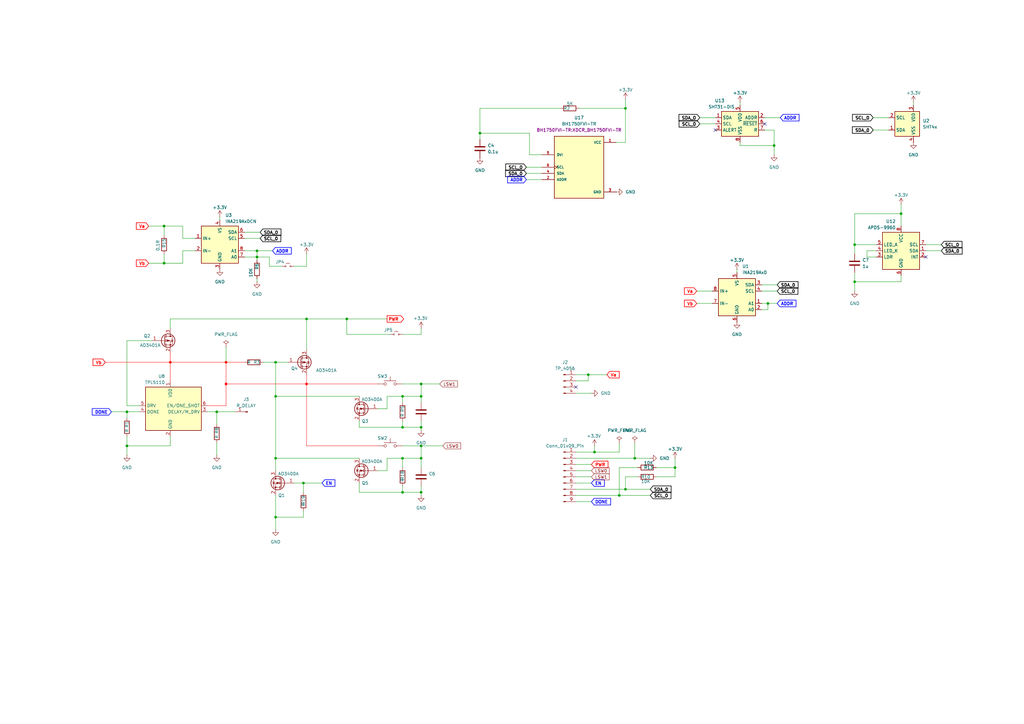
<source format=kicad_sch>
(kicad_sch (version 20250114) (generator "eeschema") (generator_version "9.0")
  (paper "A3")
  (lib_symbols
    (symbol "AO3400A_1" (pin_names (hide yes))
      (property "Reference" "Q" (at 5.08 1.905 0))
      (property "Value" "AO3400A" (at 5.08 0 0))
      (symbol "AO3400A_1_1_1"
        (pin input line (at -5.08 0 0) (length 2.54) (name "G") (number "1"))
        (pin passive line (at 2.54 5.08 270) (length 2.54) (name "D") (number "3"))
        (pin passive line (at 2.54 -5.08 90) (length 2.54) (name "S") (number "2"))
      )
    )
    (symbol "AO3400A_2" (pin_names (hide yes))
      (property "Reference" "Q" (at 5.08 1.905 0))
      (property "Value" "AO3400A" (at 5.08 0 0))
      (symbol "AO3400A_2_1_1"
        (pin input line (at -5.08 0 0) (length 2.54) (name "G") (number "1"))
        (pin passive line (at 2.54 5.08 270) (length 2.54) (name "D") (number "3"))
        (pin passive line (at 2.54 -5.08 90) (length 2.54) (name "S") (number "2"))
      )
    )
    (symbol "AO3401A_1" (pin_names (hide yes))
      (property "Reference" "Q" (at 5.08 1.905 0))
      (property "Value" "AO3401A" (at 5.08 0 0))
      (symbol "AO3401A_1_1_1"
        (pin input line (at -5.08 0 0) (length 2.54) (name "G") (number "1"))
        (pin passive line (at 2.54 5.08 270) (length 2.54) (name "D") (number "3"))
        (pin passive line (at 2.54 -5.08 90) (length 2.54) (name "S") (number "2"))
      )
    )
    (symbol "BH1750FVI-TR:BH1750FVI-TR" (pin_names (offset 1.016))
      (property "Reference" "U" (at -10.1737 13.462 0))
      (property "Value" "BH1750FVI-TR" (at -9.922 -15.24 0))
      (property "Footprint" "BH1750FVI-TR:XDCR_BH1750FVI-TR" (at 0 0 0))
      (symbol "BH1750FVI-TR_0_0"
        (pin input line (at -15.24 5.08 0) (length 5.08) (name "DVI") (number "5"))
        (pin input clock (at -15.24 0 0) (length 5.08) (name "SCL") (number "6"))
        (pin bidirectional line (at -15.24 -2.54 0) (length 5.08) (name "SDA") (number "4"))
        (pin input line (at -15.24 -5.08 0) (length 5.08) (name "ADDR") (number "2"))
        (pin power_in line (at 15.24 10.16 180) (length 5.08) (name "VCC") (number "1"))
        (pin power_in line (at 15.24 -10.16 180) (length 5.08) (name "GND") (number "3"))
      )
    )
    (symbol "Connector:Conn_01x01_Pin" (pin_names (offset 1.016) (hide yes))
      (property "Reference" "J" (at 0 2.54 0))
      (property "Value" "Conn_01x01_Pin" (at 0 -2.54 0))
      (symbol "Conn_01x01_Pin_1_1"
        (pin passive line (at 5.08 0 180) (length 3.81) (name "Pin_1") (number "1"))
      )
    )
    (symbol "Connector:Conn_01x04_Pin" (pin_names (offset 1.016) (hide yes))
      (property "Reference" "J" (at 0 5.08 0))
      (property "Value" "Conn_01x04_Pin" (at 0 -7.62 0))
      (symbol "Conn_01x04_Pin_1_1"
        (pin passive line (at 5.08 2.54 180) (length 3.81) (name "Pin_1") (number "1"))
        (pin passive line (at 5.08 0 180) (length 3.81) (name "Pin_2") (number "2"))
        (pin passive line (at 5.08 -2.54 180) (length 3.81) (name "Pin_3") (number "3"))
        (pin passive line (at 5.08 -5.08 180) (length 3.81) (name "Pin_4") (number "4"))
      )
    )
    (symbol "Connector:Conn_01x09_Pin" (pin_names (offset 1.016) (hide yes))
      (property "Reference" "J" (at 0 12.7 0))
      (property "Value" "Conn_01x09_Pin" (at 0 -12.7 0))
      (symbol "Conn_01x09_Pin_1_1"
        (pin passive line (at 5.08 10.16 180) (length 3.81) (name "Pin_1") (number "1"))
        (pin passive line (at 5.08 7.62 180) (length 3.81) (name "Pin_2") (number "2"))
        (pin passive line (at 5.08 5.08 180) (length 3.81) (name "Pin_3") (number "3"))
        (pin passive line (at 5.08 2.54 180) (length 3.81) (name "Pin_4") (number "4"))
        (pin passive line (at 5.08 0 180) (length 3.81) (name "Pin_5") (number "5"))
        (pin passive line (at 5.08 -2.54 180) (length 3.81) (name "Pin_6") (number "6"))
        (pin passive line (at 5.08 -5.08 180) (length 3.81) (name "Pin_7") (number "7"))
        (pin passive line (at 5.08 -7.62 180) (length 3.81) (name "Pin_8") (number "8"))
        (pin passive line (at 5.08 -10.16 180) (length 3.81) (name "Pin_9") (number "9"))
      )
    )
    (symbol "Device:C" (pin_numbers (hide yes)) (pin_names (offset 0.254))
      (property "Reference" "C" (at 0.635 2.54 0))
      (property "Value" "C" (at 0.635 -2.54 0))
      (symbol "C_1_1"
        (pin passive line (at 0 3.81 270) (length 2.794) (name "~") (number "1"))
        (pin passive line (at 0 -3.81 90) (length 2.794) (name "~") (number "2"))
      )
    )
    (symbol "Device:R" (pin_numbers (hide yes)) (pin_names (offset 0))
      (property "Reference" "R" (at 2.032 0 90))
      (property "Value" "R" (at 0 0 90))
      (symbol "R_1_1"
        (pin passive line (at 0 3.81 270) (length 1.27) (name "~") (number "1"))
        (pin passive line (at 0 -3.81 90) (length 1.27) (name "~") (number "2"))
      )
    )
    (symbol "GND_1" (power) (pin_numbers (hide yes)) (pin_names (offset 0) (hide yes))
      (property "Value" "GND" (at 0 -3.81 0))
      (symbol "GND_1_1_1"
        (pin power_in line (at 0 0 270) (length 0) (name "~") (number "1"))
      )
    )
    (symbol "Jumper:Jumper_2_Small_Open" (pin_numbers (hide yes)) (pin_names (offset 0) (hide yes))
      (property "Reference" "JP" (at 0 2.794 0))
      (property "Value" "Jumper_2_Small_Open" (at 0 -2.286 0))
      (symbol "Jumper_2_Small_Open_1_1"
        (pin passive line (at -2.54 0 0) (length 1.27) (name "A") (number "1"))
        (pin passive line (at 2.54 0 180) (length 1.27) (name "B") (number "2"))
      )
    )
    (symbol "Sensor:APDS-9960"
      (property "Reference" "U" (at -5.08 8.89 0))
      (property "Value" "APDS-9960" (at 6.35 8.89 0))
      (symbol "APDS-9960_1_1"
        (pin input line (at -10.16 2.54 0) (length 2.54) (name "SCL") (number "7"))
        (pin bidirectional line (at -10.16 0 0) (length 2.54) (name "SDA") (number "1"))
        (pin open_collector line (at -10.16 -2.54 0) (length 2.54) (name "INT") (number "2"))
        (pin power_in line (at 0 10.16 270) (length 2.54) (name "VCC") (number "8"))
        (pin power_in line (at 0 -10.16 90) (length 2.54) (name "GND") (number "6"))
        (pin passive line (at 10.16 2.54 180) (length 2.54) (name "LED_A") (number "5"))
        (pin passive line (at 10.16 0 180) (length 2.54) (name "LED_K") (number "4"))
        (pin passive line (at 10.16 -2.54 180) (length 2.54) (name "LDR") (number "3"))
      )
    )
    (symbol "Sensor_Energy:INA219AxD"
      (property "Reference" "U" (at -6.35 8.89 0))
      (property "Value" "INA219AxD" (at 5.08 8.89 0))
      (symbol "INA219AxD_1_1"
        (pin input line (at -10.16 2.54 0) (length 2.54) (name "IN+") (number "8"))
        (pin input line (at -10.16 -2.54 0) (length 2.54) (name "IN-") (number "7"))
        (pin power_in line (at 0 10.16 270) (length 2.54) (name "VS") (number "5"))
        (pin power_in line (at 0 -10.16 90) (length 2.54) (name "GND") (number "6"))
        (pin bidirectional line (at 10.16 5.08 180) (length 2.54) (name "SDA") (number "3"))
        (pin input line (at 10.16 2.54 180) (length 2.54) (name "SCL") (number "4"))
        (pin input line (at 10.16 -2.54 180) (length 2.54) (name "A1") (number "1"))
        (pin input line (at 10.16 -5.08 180) (length 2.54) (name "A0") (number "2"))
      )
    )
    (symbol "Sensor_Energy:INA219AxDCN"
      (property "Reference" "U" (at -6.35 8.89 0))
      (property "Value" "INA219AxDCN" (at 6.35 8.89 0))
      (symbol "INA219AxDCN_1_1"
        (pin input line (at -10.16 2.54 0) (length 2.54) (name "IN+") (number "1"))
        (pin input line (at -10.16 -2.54 0) (length 2.54) (name "IN-") (number "2"))
        (pin power_in line (at 0 10.16 270) (length 2.54) (name "VS") (number "4"))
        (pin power_in line (at 0 -10.16 90) (length 2.54) (name "GND") (number "3"))
        (pin bidirectional line (at 10.16 5.08 180) (length 2.54) (name "SDA") (number "6"))
        (pin input line (at 10.16 2.54 180) (length 2.54) (name "SCL") (number "5"))
        (pin input line (at 10.16 -2.54 180) (length 2.54) (name "A1") (number "8"))
        (pin input line (at 10.16 -5.08 180) (length 2.54) (name "A0") (number "7"))
      )
    )
    (symbol "Sensor_Humidity:SHT31-DIS"
      (property "Reference" "U" (at -6.35 6.35 0))
      (property "Value" "SHT31-DIS" (at 6.35 6.35 0))
      (symbol "SHT31-DIS_1_1"
        (pin input line (at -10.16 2.54 0) (length 2.54) (name "ADDR") (number "2"))
        (pin input line (at -10.16 0 0) (length 2.54) (name "~{RESET}") (number "6"))
        (pin passive line (at -10.16 -2.54 0) (length 2.54) (name "R") (number "7"))
        (pin power_in line (at 0 7.62 270) (length 2.54) (name "VDD") (number "5"))
        (pin power_in line (at 0 -7.62 90) (length 2.54) (name "VSS") (number "8"))
        (pin passive line (at 0 -7.62 90) (length 2.54) (hide yes) (name "VSS") (number "9"))
        (pin bidirectional line (at 10.16 2.54 180) (length 2.54) (name "SDA") (number "1"))
        (pin input line (at 10.16 0 180) (length 2.54) (name "SCL") (number "4"))
        (pin output line (at 10.16 -2.54 180) (length 2.54) (name "ALERT") (number "3"))
      )
    )
    (symbol "Sensor_Humidity:SHT4x"
      (property "Reference" "U" (at 0 8.89 0))
      (property "Value" "SHT4x" (at 0 6.35 0))
      (symbol "SHT4x_1_1"
        (pin input line (at -7.62 2.54 0) (length 2.54) (name "SCL") (number "2"))
        (pin bidirectional line (at -7.62 -2.54 0) (length 2.54) (name "SDA") (number "1"))
        (pin power_in line (at 2.54 7.62 270) (length 2.54) (name "VDD") (number "3"))
        (pin power_in line (at 2.54 -7.62 90) (length 2.54) (name "VSS") (number "4"))
      )
    )
    (symbol "Switch:SW_Push" (pin_numbers (hide yes)) (pin_names (offset 1.016) (hide yes))
      (property "Reference" "SW" (at 1.27 2.54 0))
      (property "Value" "SW_Push" (at 0 -1.524 0))
      (symbol "SW_Push_0_1"
        (pin passive line (at -5.08 0 0) (length 2.54) (name "1") (number "1"))
        (pin passive line (at 5.08 0 180) (length 2.54) (name "2") (number "2"))
      )
    )
    (symbol "Timer:TPL5110"
      (property "Reference" "U" (at -10.16 8.89 0))
      (property "Value" "TPL5110" (at 6.35 8.89 0))
      (symbol "TPL5110_1_1"
        (pin input line (at -15.24 0 0) (length 2.54) (name "EN/ONE_SHOT") (number "6"))
        (pin input line (at -15.24 -2.54 0) (length 2.54) (name "DELAY/M_DRV") (number "3"))
        (pin power_in line (at 0 10.16 270) (length 2.54) (name "VDD") (number "1"))
        (pin power_in line (at 0 -12.7 90) (length 2.54) (name "GND") (number "2"))
        (pin output line (at 12.7 0 180) (length 2.54) (name "DRV") (number "5"))
        (pin input line (at 12.7 -2.54 180) (length 2.54) (name "DONE") (number "4"))
      )
    )
    (symbol "Transistor_FET:AO3400A" (pin_names (hide yes))
      (property "Reference" "Q" (at 5.08 1.905 0))
      (property "Value" "AO3400A" (at 5.08 0 0))
      (symbol "AO3400A_1_1"
        (pin input line (at -5.08 0 0) (length 2.54) (name "G") (number "1"))
        (pin passive line (at 2.54 5.08 270) (length 2.54) (name "D") (number "3"))
        (pin passive line (at 2.54 -5.08 90) (length 2.54) (name "S") (number "2"))
      )
    )
    (symbol "Transistor_FET:AO3401A" (pin_names (hide yes))
      (property "Reference" "Q" (at 5.08 1.905 0))
      (property "Value" "AO3401A" (at 5.08 0 0))
      (symbol "AO3401A_1_1"
        (pin input line (at -5.08 0 0) (length 2.54) (name "G") (number "1"))
        (pin passive line (at 2.54 5.08 270) (length 2.54) (name "D") (number "3"))
        (pin passive line (at 2.54 -5.08 90) (length 2.54) (name "S") (number "2"))
      )
    )
    (symbol "power:+3.3V" (power) (pin_numbers (hide yes)) (pin_names (offset 0) (hide yes))
      (property "Value" "+3.3V" (at 0 3.556 0))
      (symbol "+3.3V_1_1"
        (pin power_in line (at 0 0 90) (length 0) (name "~") (number "1"))
      )
    )
    (symbol "power:PWR_FLAG" (power) (pin_numbers (hide yes)) (pin_names (offset 0) (hide yes))
      (property "Value" "PWR_FLAG" (at 0 3.81 0))
      (symbol "PWR_FLAG_0_0"
        (pin power_out line (at 0 0 90) (length 0) (name "~") (number "1"))
      )
    )
  )
  (junction (at 124.46 198.12))
  (junction (at 254 203.2))
  (junction (at 105.41 102.87))
  (junction (at 172.72 175.26))
  (junction (at 142.24 130.81))
  (junction (at 314.96 124.46))
  (junction (at 105.41 105.41))
  (junction (at 52.07 182.88))
  (junction (at 165.1 187.96))
  (junction (at 196.85 54.61))
  (junction (at 165.1 175.26))
  (junction (at 113.03 162.56))
  (junction (at 350.52 100.33))
  (junction (at 67.31 92.71))
  (junction (at 260.35 187.96))
  (junction (at 243.84 185.42))
  (junction (at 113.03 148.59))
  (junction (at 172.72 187.96))
  (junction (at 165.1 201.93))
  (junction (at 317.5 59.69))
  (junction (at 125.73 157.48) (color 255 0 0 1))
  (junction (at 276.86 191.77))
  (junction (at 256.54 44.45))
  (junction (at 52.07 168.91))
  (junction (at 92.71 157.48) (color 255 0 0 1))
  (junction (at 369.57 87.63))
  (junction (at 172.72 201.93))
  (junction (at 92.71 148.59) (color 255 0 0 1))
  (junction (at 241.3 153.67))
  (junction (at 172.72 182.88))
  (junction (at 172.72 157.48))
  (junction (at 165.1 162.56))
  (junction (at 350.52 115.57))
  (junction (at 67.31 107.95))
  (junction (at 69.85 148.59) (color 255 0 0 1))
  (junction (at 113.03 212.09))
  (junction (at 256.54 200.66))
  (junction (at 113.03 187.96))
  (junction (at 88.9 168.91))
  (junction (at 125.73 130.81))
  (junction (at 172.72 162.56))
  (no_connect (at 313.69 50.8))
  (no_connect (at 236.22 158.75))
  (no_connect (at 293.37 53.34))
  (no_connect (at 379.73 105.41))
  (wire (pts (xy 317.5 59.69) (xy 317.5 53.34)))
  (wire (pts (xy 254 181.61) (xy 254 185.42)))
  (wire (pts (xy 165.1 187.96) (xy 172.72 187.96)))
  (wire (pts (xy 142.24 137.16) (xy 142.24 130.81)))
  (wire (pts (xy 374.65 41.91) (xy 374.65 43.18)))
  (wire (pts (xy 67.31 107.95) (xy 74.93 107.95)))
  (wire (pts (xy 92.71 157.48) (xy 125.73 157.48)) (stroke (width 0) (color 255 0 0 1)))
  (wire (pts (xy 105.41 105.41) (xy 110.49 105.41)))
  (wire (pts (xy 236.22 205.74) (xy 242.57 205.74)))
  (wire (pts (xy 125.73 157.48) (xy 154.94 157.48)) (stroke (width 0) (color 255 0 0 1)))
  (wire (pts (xy 125.73 182.88) (xy 125.73 157.48)) (stroke (width 0) (color 255 0 0 1)))
  (wire (pts (xy 355.6 105.41) (xy 359.41 105.41)))
  (wire (pts (xy 350.52 111.76) (xy 350.52 115.57)))
  (wire (pts (xy 80.01 102.87) (xy 74.93 102.87)))
  (wire (pts (xy 69.85 130.81) (xy 125.73 130.81)))
  (wire (pts (xy 369.57 113.03) (xy 369.57 115.57)))
  (wire (pts (xy 260.35 181.61) (xy 260.35 187.96)))
  (wire (pts (xy 165.1 187.96) (xy 165.1 191.77)))
  (wire (pts (xy 196.85 54.61) (xy 217.17 54.61)))
  (wire (pts (xy 113.03 162.56) (xy 113.03 148.59)))
  (wire (pts (xy 105.41 102.87) (xy 105.41 105.41)))
  (wire (pts (xy 88.9 181.61) (xy 88.9 186.69)))
  (wire (pts (xy 100.33 105.41) (xy 105.41 105.41)))
  (wire (pts (xy 172.72 182.88) (xy 172.72 187.96)))
  (wire (pts (xy 303.53 41.91) (xy 303.53 43.18)))
  (wire (pts (xy 158.75 193.04) (xy 154.94 193.04)))
  (wire (pts (xy 105.41 105.41) (xy 105.41 106.68)))
  (wire (pts (xy 364.49 48.26) (xy 358.14 48.26)))
  (wire (pts (xy 100.33 148.59) (xy 92.71 148.59)) (stroke (width 0) (color 255 0 0 1)))
  (wire (pts (xy 57.15 166.37) (xy 52.07 166.37)))
  (wire (pts (xy 355.6 105.41) (xy 355.6 102.87)))
  (wire (pts (xy 236.22 190.5) (xy 242.57 190.5)))
  (wire (pts (xy 52.07 179.07) (xy 52.07 182.88)))
  (wire (pts (xy 92.71 148.59) (xy 92.71 157.48)) (stroke (width 0) (color 255 0 0 1)))
  (wire (pts (xy 217.17 63.5) (xy 222.25 63.5)))
  (wire (pts (xy 379.73 102.87) (xy 386.08 102.87)))
  (wire (pts (xy 236.22 195.58) (xy 242.57 195.58)))
  (wire (pts (xy 92.71 148.59) (xy 69.85 148.59)) (stroke (width 0) (color 255 0 0 1)))
  (wire (pts (xy 350.52 100.33) (xy 350.52 104.14)))
  (wire (pts (xy 142.24 130.81) (xy 158.75 130.81)))
  (wire (pts (xy 165.1 162.56) (xy 172.72 162.56)))
  (wire (pts (xy 165.1 137.16) (xy 172.72 137.16)))
  (wire (pts (xy 313.69 48.26) (xy 320.04 48.26)))
  (wire (pts (xy 172.72 157.48) (xy 172.72 162.56)))
  (wire (pts (xy 285.75 119.38) (xy 292.1 119.38)))
  (wire (pts (xy 67.31 96.52) (xy 67.31 92.71)))
  (wire (pts (xy 172.72 201.93) (xy 172.72 203.2)))
  (wire (pts (xy 67.31 107.95) (xy 67.31 104.14)))
  (wire (pts (xy 110.49 105.41) (xy 110.49 109.22)))
  (wire (pts (xy 312.42 116.84) (xy 318.77 116.84)))
  (wire (pts (xy 124.46 198.12) (xy 124.46 201.93)))
  (wire (pts (xy 105.41 114.3) (xy 105.41 115.57)))
  (wire (pts (xy 88.9 168.91) (xy 85.09 168.91)))
  (wire (pts (xy 69.85 130.81) (xy 69.85 134.62)))
  (wire (pts (xy 120.65 198.12) (xy 124.46 198.12)))
  (wire (pts (xy 241.3 153.67) (xy 248.92 153.67)))
  (wire (pts (xy 276.86 191.77) (xy 276.86 195.58)))
  (wire (pts (xy 236.22 198.12) (xy 242.57 198.12)))
  (wire (pts (xy 236.22 203.2) (xy 254 203.2)))
  (wire (pts (xy 107.95 148.59) (xy 113.03 148.59)))
  (wire (pts (xy 69.85 182.88) (xy 52.07 182.88)))
  (wire (pts (xy 52.07 139.7) (xy 52.07 166.37)))
  (wire (pts (xy 60.96 92.71) (xy 67.31 92.71)))
  (wire (pts (xy 379.73 100.33) (xy 386.08 100.33)))
  (wire (pts (xy 303.53 59.69) (xy 317.5 59.69)))
  (wire (pts (xy 172.72 187.96) (xy 172.72 191.77)))
  (wire (pts (xy 355.6 102.87) (xy 359.41 102.87)))
  (wire (pts (xy 74.93 97.79) (xy 80.01 97.79)))
  (wire (pts (xy 100.33 95.25) (xy 106.68 95.25)))
  (wire (pts (xy 158.75 187.96) (xy 158.75 193.04)))
  (wire (pts (xy 147.32 175.26) (xy 147.32 172.72)))
  (wire (pts (xy 172.72 157.48) (xy 180.34 157.48)))
  (wire (pts (xy 165.1 199.39) (xy 165.1 201.93)))
  (wire (pts (xy 222.25 68.58) (xy 215.9 68.58)))
  (wire (pts (xy 113.03 212.09) (xy 124.46 212.09)))
  (wire (pts (xy 92.71 142.24) (xy 92.71 148.59)))
  (wire (pts (xy 196.85 54.61) (xy 196.85 57.15)))
  (wire (pts (xy 256.54 195.58) (xy 256.54 200.66)))
  (wire (pts (xy 172.72 182.88) (xy 181.61 182.88)))
  (wire (pts (xy 88.9 168.91) (xy 88.9 173.99)))
  (wire (pts (xy 85.09 166.37) (xy 92.71 166.37)) (stroke (width 0) (color 255 0 0 1)))
  (wire (pts (xy 236.22 156.21) (xy 241.3 156.21)))
  (wire (pts (xy 52.07 182.88) (xy 52.07 186.69)))
  (wire (pts (xy 172.72 134.62) (xy 172.72 137.16)))
  (wire (pts (xy 57.15 168.91) (xy 52.07 168.91)))
  (wire (pts (xy 160.02 137.16) (xy 142.24 137.16)))
  (wire (pts (xy 125.73 104.14) (xy 125.73 109.22)))
  (wire (pts (xy 147.32 201.93) (xy 165.1 201.93)))
  (wire (pts (xy 302.26 110.49) (xy 302.26 111.76)))
  (wire (pts (xy 317.5 59.69) (xy 317.5 63.5)))
  (wire (pts (xy 293.37 50.8) (xy 287.02 50.8)))
  (wire (pts (xy 243.84 185.42) (xy 254 185.42)))
  (wire (pts (xy 69.85 179.07) (xy 69.85 182.88)))
  (wire (pts (xy 350.52 100.33) (xy 359.41 100.33)))
  (wire (pts (xy 69.85 148.59) (xy 69.85 156.21)) (stroke (width 0) (color 255 0 0 1)))
  (wire (pts (xy 172.72 199.39) (xy 172.72 201.93)))
  (wire (pts (xy 88.9 168.91) (xy 96.52 168.91)))
  (wire (pts (xy 236.22 187.96) (xy 260.35 187.96)))
  (wire (pts (xy 92.71 157.48) (xy 92.71 166.37)) (stroke (width 0) (color 255 0 0 1)))
  (wire (pts (xy 52.07 168.91) (xy 52.07 171.45)))
  (wire (pts (xy 303.53 58.42) (xy 303.53 59.69)))
  (wire (pts (xy 113.03 187.96) (xy 147.32 187.96)))
  (wire (pts (xy 69.85 144.78) (xy 69.85 148.59)) (stroke (width 0) (color 255 0 0 1)))
  (wire (pts (xy 312.42 119.38) (xy 318.77 119.38)))
  (wire (pts (xy 172.72 176.53) (xy 172.72 175.26)))
  (wire (pts (xy 90.17 88.9) (xy 90.17 90.17)))
  (wire (pts (xy 364.49 53.34) (xy 358.14 53.34)))
  (wire (pts (xy 125.73 130.81) (xy 125.73 143.51)))
  (wire (pts (xy 236.22 200.66) (xy 256.54 200.66)))
  (wire (pts (xy 196.85 44.45) (xy 196.85 54.61)))
  (wire (pts (xy 158.75 187.96) (xy 165.1 187.96)))
  (wire (pts (xy 105.41 102.87) (xy 111.76 102.87)))
  (wire (pts (xy 237.49 44.45) (xy 256.54 44.45)))
  (wire (pts (xy 125.73 109.22) (xy 120.65 109.22)))
  (wire (pts (xy 256.54 200.66) (xy 266.7 200.66)))
  (wire (pts (xy 100.33 97.79) (xy 106.68 97.79)))
  (wire (pts (xy 67.31 92.71) (xy 74.93 92.71)))
  (wire (pts (xy 147.32 175.26) (xy 165.1 175.26)))
  (wire (pts (xy 312.42 124.46) (xy 314.96 124.46)))
  (wire (pts (xy 43.18 148.59) (xy 69.85 148.59)) (stroke (width 0) (color 255 0 0 1)))
  (wire (pts (xy 172.72 175.26) (xy 172.72 172.72)))
  (wire (pts (xy 100.33 102.87) (xy 105.41 102.87)))
  (wire (pts (xy 256.54 58.42) (xy 252.73 58.42)))
  (wire (pts (xy 276.86 195.58) (xy 269.24 195.58)))
  (wire (pts (xy 350.52 87.63) (xy 350.52 100.33)))
  (wire (pts (xy 158.75 167.64) (xy 158.75 162.56)))
  (wire (pts (xy 165.1 157.48) (xy 172.72 157.48)))
  (wire (pts (xy 125.73 130.81) (xy 142.24 130.81)))
  (wire (pts (xy 165.1 162.56) (xy 165.1 165.1)))
  (wire (pts (xy 172.72 201.93) (xy 165.1 201.93)))
  (wire (pts (xy 236.22 153.67) (xy 241.3 153.67)))
  (wire (pts (xy 113.03 162.56) (xy 113.03 187.96)))
  (wire (pts (xy 243.84 182.88) (xy 243.84 185.42)))
  (wire (pts (xy 276.86 187.96) (xy 276.86 191.77)))
  (wire (pts (xy 313.69 53.34) (xy 317.5 53.34)))
  (wire (pts (xy 113.03 148.59) (xy 118.11 148.59)))
  (wire (pts (xy 67.31 107.95) (xy 60.96 107.95)))
  (wire (pts (xy 261.62 195.58) (xy 256.54 195.58)))
  (wire (pts (xy 125.73 182.88) (xy 154.94 182.88)) (stroke (width 0) (color 255 0 0 1)))
  (wire (pts (xy 236.22 193.04) (xy 242.57 193.04)))
  (wire (pts (xy 222.25 71.12) (xy 215.9 71.12)))
  (wire (pts (xy 293.37 48.26) (xy 287.02 48.26)))
  (wire (pts (xy 172.72 162.56) (xy 172.72 165.1)))
  (wire (pts (xy 241.3 156.21) (xy 241.3 153.67)))
  (wire (pts (xy 113.03 212.09) (xy 113.03 217.17)))
  (wire (pts (xy 217.17 54.61) (xy 217.17 63.5)))
  (wire (pts (xy 124.46 198.12) (xy 132.08 198.12)))
  (wire (pts (xy 165.1 182.88) (xy 172.72 182.88)))
  (wire (pts (xy 165.1 175.26) (xy 172.72 175.26)))
  (wire (pts (xy 260.35 187.96) (xy 266.7 187.96)))
  (wire (pts (xy 124.46 209.55) (xy 124.46 212.09)))
  (wire (pts (xy 125.73 153.67) (xy 125.73 157.48)) (stroke (width 0) (color 255 0 0 1)))
  (wire (pts (xy 52.07 139.7) (xy 62.23 139.7)))
  (wire (pts (xy 254 191.77) (xy 254 203.2)))
  (wire (pts (xy 276.86 191.77) (xy 269.24 191.77)))
  (wire (pts (xy 158.75 162.56) (xy 165.1 162.56)))
  (wire (pts (xy 74.93 102.87) (xy 74.93 107.95)))
  (wire (pts (xy 236.22 161.29) (xy 242.57 161.29)))
  (wire (pts (xy 254 203.2) (xy 266.7 203.2)))
  (wire (pts (xy 52.07 168.91) (xy 45.72 168.91)))
  (wire (pts (xy 369.57 83.82) (xy 369.57 87.63)))
  (wire (pts (xy 350.52 115.57) (xy 369.57 115.57)))
  (wire (pts (xy 154.94 167.64) (xy 158.75 167.64)))
  (wire (pts (xy 147.32 201.93) (xy 147.32 198.12)))
  (wire (pts (xy 110.49 109.22) (xy 115.57 109.22)))
  (wire (pts (xy 314.96 124.46) (xy 318.77 124.46)))
  (wire (pts (xy 222.25 73.66) (xy 215.9 73.66)))
  (wire (pts (xy 113.03 203.2) (xy 113.03 212.09)))
  (wire (pts (xy 292.1 124.46) (xy 285.75 124.46)))
  (wire (pts (xy 236.22 185.42) (xy 243.84 185.42)))
  (wire (pts (xy 113.03 187.96) (xy 113.03 193.04)))
  (wire (pts (xy 312.42 127) (xy 314.96 127)))
  (wire (pts (xy 229.87 44.45) (xy 196.85 44.45)))
  (wire (pts (xy 261.62 191.77) (xy 254 191.77)))
  (wire (pts (xy 369.57 92.71) (xy 369.57 87.63)))
  (wire (pts (xy 256.54 44.45) (xy 256.54 58.42)))
  (wire (pts (xy 113.03 162.56) (xy 147.32 162.56)))
  (wire (pts (xy 165.1 172.72) (xy 165.1 175.26)))
  (wire (pts (xy 350.52 119.38) (xy 350.52 115.57)))
  (wire (pts (xy 369.57 87.63) (xy 350.52 87.63)))
  (wire (pts (xy 256.54 40.64) (xy 256.54 44.45)))
  (wire (pts (xy 314.96 127) (xy 314.96 124.46)))
  (wire (pts (xy 74.93 92.71) (xy 74.93 97.79)))
  (global_label "SCL_0" (shape input) (at 386.08 100.33 0) (effects (font (thickness 0.254) (bold yes))) (property "Intersheetrefs" "${INTERSHEET_REFS}" (effects (hide yes))))
  (global_label "SDA_0" (shape input) (at 287.02 48.26 180) (effects (font (thickness 0.254) (bold yes))) (property "Intersheetrefs" "${INTERSHEET_REFS}" (effects (hide yes))))
  (global_label "Va" (shape input) (at 285.75 119.38 180) (effects (font (thickness 0.254) (bold yes))) (property "Intersheetrefs" "${INTERSHEET_REFS}" (effects (hide yes))))
  (global_label "PWR" (shape output) (at 158.75 130.81 0) (effects (font (thickness 0.254) (bold yes))) (property "Intersheetrefs" "${INTERSHEET_REFS}" (effects (hide yes))))
  (global_label "DONE" (shape input) (at 45.72 168.91 180) (effects (font (thickness 0.254) (bold yes))) (property "Intersheetrefs" "${INTERSHEET_REFS}" (effects (hide yes))))
  (global_label "LSW1" (shape input) (at 242.57 195.58 0) (property "Intersheetrefs" "${INTERSHEET_REFS}" (effects (hide yes))))
  (global_label "SCL_0" (shape input) (at 266.7 203.2 0) (effects (font (thickness 0.254) (bold yes))) (property "Intersheetrefs" "${INTERSHEET_REFS}" (effects (hide yes))))
  (global_label "Va" (shape input) (at 60.96 92.71 180) (effects (font (thickness 0.254) (bold yes))) (property "Intersheetrefs" "${INTERSHEET_REFS}" (effects (hide yes))))
  (global_label "PWR" (shape input) (at 242.57 190.5 0) (effects (font (thickness 0.254) (bold yes))) (property "Intersheetrefs" "${INTERSHEET_REFS}" (effects (hide yes))))
  (global_label "SDA_0" (shape input) (at 386.08 102.87 0) (effects (font (thickness 0.254) (bold yes))) (property "Intersheetrefs" "${INTERSHEET_REFS}" (effects (hide yes))))
  (global_label "SCL_0" (shape input) (at 358.14 48.26 180) (effects (font (thickness 0.254) (bold yes))) (property "Intersheetrefs" "${INTERSHEET_REFS}" (effects (hide yes))))
  (global_label "Vb" (shape input) (at 60.96 107.95 180) (effects (font (thickness 0.254) (bold yes))) (property "Intersheetrefs" "${INTERSHEET_REFS}" (effects (hide yes))))
  (global_label "Vb" (shape input) (at 285.75 124.46 180) (effects (font (thickness 0.254) (bold yes))) (property "Intersheetrefs" "${INTERSHEET_REFS}" (effects (hide yes))))
  (global_label "Va" (shape input) (at 248.92 153.67 0) (effects (font (thickness 0.254) (bold yes))) (property "Intersheetrefs" "${INTERSHEET_REFS}" (effects (hide yes))))
  (global_label "ADDR" (shape input) (at 215.9 73.66 180) (effects (font (thickness 0.254) (bold yes))) (property "Intersheetrefs" "${INTERSHEET_REFS}" (effects (hide yes))))
  (global_label "LSW0" (shape input) (at 181.61 182.88 0) (property "Intersheetrefs" "${INTERSHEET_REFS}" (effects (hide yes))))
  (global_label "SCL_0" (shape input) (at 106.68 97.79 0) (effects (font (thickness 0.254) (bold yes))) (property "Intersheetrefs" "${INTERSHEET_REFS}" (effects (hide yes))))
  (global_label "ADDR" (shape input) (at 111.76 102.87 0) (effects (font (thickness 0.254) (bold yes))) (property "Intersheetrefs" "${INTERSHEET_REFS}" (effects (hide yes))))
  (global_label "SDA_0" (shape input) (at 318.77 116.84 0) (effects (font (thickness 0.254) (bold yes))) (property "Intersheetrefs" "${INTERSHEET_REFS}" (effects (hide yes))))
  (global_label "SDA_0" (shape input) (at 106.68 95.25 0) (effects (font (thickness 0.254) (bold yes))) (property "Intersheetrefs" "${INTERSHEET_REFS}" (effects (hide yes))))
  (global_label "ADDR" (shape input) (at 320.04 48.26 0) (effects (font (thickness 0.254) (bold yes))) (property "Intersheetrefs" "${INTERSHEET_REFS}" (effects (hide yes))))
  (global_label "SDA_0" (shape input) (at 215.9 71.12 180) (effects (font (thickness 0.254) (bold yes))) (property "Intersheetrefs" "${INTERSHEET_REFS}" (effects (hide yes))))
  (global_label "EN" (shape input) (at 132.08 198.12 0) (effects (font (thickness 0.254) (bold yes))) (property "Intersheetrefs" "${INTERSHEET_REFS}" (effects (hide yes))))
  (global_label "ADDR" (shape input) (at 318.77 124.46 0) (effects (font (thickness 0.254) (bold yes))) (property "Intersheetrefs" "${INTERSHEET_REFS}" (effects (hide yes))))
  (global_label "LSW1" (shape input) (at 180.34 157.48 0) (property "Intersheetrefs" "${INTERSHEET_REFS}" (effects (hide yes))))
  (global_label "SCL_0" (shape input) (at 287.02 50.8 180) (effects (font (thickness 0.254) (bold yes))) (property "Intersheetrefs" "${INTERSHEET_REFS}" (effects (hide yes))))
  (global_label "SCL_0" (shape input) (at 318.77 119.38 0) (effects (font (thickness 0.254) (bold yes))) (property "Intersheetrefs" "${INTERSHEET_REFS}" (effects (hide yes))))
  (global_label "LSW0" (shape input) (at 242.57 193.04 0) (property "Intersheetrefs" "${INTERSHEET_REFS}" (effects (hide yes))))
  (global_label "SDA_0" (shape input) (at 266.7 200.66 0) (effects (font (thickness 0.254) (bold yes))) (property "Intersheetrefs" "${INTERSHEET_REFS}" (effects (hide yes))))
  (global_label "DONE" (shape input) (at 242.57 205.74 0) (effects (font (thickness 0.254) (bold yes))) (property "Intersheetrefs" "${INTERSHEET_REFS}" (effects (hide yes))))
  (global_label "SCL_0" (shape input) (at 215.9 68.58 180) (effects (font (thickness 0.254) (bold yes))) (property "Intersheetrefs" "${INTERSHEET_REFS}" (effects (hide yes))))
  (global_label "SDA_0" (shape input) (at 358.14 53.34 180) (effects (font (thickness 0.254) (bold yes))) (property "Intersheetrefs" "${INTERSHEET_REFS}" (effects (hide yes))))
  (global_label "EN" (shape input) (at 242.57 198.12 0) (effects (font (thickness 0.254) (bold yes))) (property "Intersheetrefs" "${INTERSHEET_REFS}" (effects (hide yes))))
  (global_label "Vb" (shape input) (at 43.18 148.59 180) (effects (font (thickness 0.254) (bold yes))) (property "Intersheetrefs" "${INTERSHEET_REFS}" (effects (hide yes))))
  (symbol (lib_id "Device:R") (at 52.07 175.26 180) (unit 1)
    (property "Reference" "R1" (at 52.07 172.72 90) (effects (justify left)))
    (property "Value" "R" (at 52.07 175.895 90) (effects (justify left)))
    (property "Footprint" "Resistor_SMD:R_0603_1608Metric" (effects (hide yes)))
  )
  (symbol (lib_id "power:+3.3V") (at 256.54 40.64 0) (unit 1)
    (property "Reference" "#PWR013" (effects (hide yes)))
    (property "Value" "+3.3V" (at 256.54 36.83 0))
  )
  (symbol (lib_id "power:+3.3V") (at 125.73 104.14 0) (unit 1)
    (property "Reference" "#PWR024" (effects (hide yes)))
    (property "Value" "+3.3V" (at 125.73 100.33 0))
  )
  (symbol (lib_id "Transistor_FET:AO3400A") (at 149.86 193.04 0) (mirror y) (unit 1)
    (property "Reference" "Q5" (at 151.13 198.12 0) (effects (justify left)))
    (property "Value" "AO3400A" (at 156.845 189.23 0) (effects (justify left)))
    (property "Footprint" "Package_TO_SOT_SMD:SOT-23" (effects (hide yes)))
    (property "Datasheet" "http://www.aosmd.com/pdfs/datasheet/AO3400A.pdf" (effects (hide yes)))
    (property "Description" "30V Vds, 5.7A Id, N-Channel MOSFET, SOT-23" (effects (hide yes)))
  )
  (symbol (lib_name "GND_1") (lib_id "power:GND") (at 252.73 78.74 90) (unit 1)
    (property "Reference" "#PWR07" (effects (hide yes)))
    (property "Value" "GND" (at 256.54 78.7399 90) (effects (justify right)))
    (property "Description" "Power symbol creates a global label with name \"GND\" , ground" (effects (hide yes)))
  )
  (symbol (lib_name "AO3400A_2") (lib_id "Transistor_FET:AO3400A") (at 149.86 167.64 0) (mirror y) (unit 1)
    (property "Reference" "Q3" (at 151.13 172.72 0) (effects (justify left)))
    (property "Value" "AO3400A" (at 156.845 163.83 0) (effects (justify left)))
    (property "Footprint" "Package_TO_SOT_SMD:SOT-23" (effects (hide yes)))
    (property "Datasheet" "http://www.aosmd.com/pdfs/datasheet/AO3400A.pdf" (effects (hide yes)))
    (property "Description" "30V Vds, 5.7A Id, N-Channel MOSFET, SOT-23" (effects (hide yes)))
  )
  (symbol (lib_id "power:+3.3V") (at 369.57 83.82 0) (unit 1)
    (property "Reference" "#PWR017" (effects (hide yes)))
    (property "Value" "+3.3V" (at 369.57 80.01 0))
  )
  (symbol (lib_id "Timer:TPL5110") (at 69.85 166.37 0) (mirror y) (unit 1)
    (property "Reference" "U8" (at 67.6559 154.305 0) (effects (justify left)))
    (property "Value" "TPL5110" (at 67.6559 156.845 0) (effects (justify left)))
    (property "Footprint" "Package_TO_SOT_SMD:SOT-23-6" (effects (hide yes)))
    (property "Datasheet" "http://www.ti.com/lit/ds/symlink/tpl5110.pdf" (effects (hide yes)))
    (property "Description" "Timer, Nano Power, Active-Low, 35 nA, 100 ms to 7200 s, VDD 1.8V to 5.5V, Iout max 1mA, SOT-23-6" (effects (hide yes)))
  )
  (symbol (lib_id "Jumper:Jumper_2_Small_Open") (at 118.11 109.22 0) (unit 1)
    (property "Reference" "JP4" (at 114.808 107.442 0))
    (property "Value" "Jp_2" (effects (hide yes)))
    (property "Footprint" "Jumper:SolderJumper-2_P1.3mm_Open_Pad1.0x1.5mm" (effects (hide yes)))
    (property "Description" "Jumper, 2-pole, small symbol, open" (effects (hide yes)))
  )
  (symbol (lib_id "Connector:Conn_01x01_Pin") (at 101.6 168.91 0) (mirror y) (unit 1)
    (property "Reference" "J3" (at 100.965 163.83 0))
    (property "Value" "R_DELAY" (at 100.965 166.37 0))
    (property "Footprint" "Connector_PinHeader_1.00mm:PinHeader_1x01_P1.00mm_Vertical" (effects (hide yes)))
    (property "Description" "Generic connector, single row, 01x01, script generated" (effects (hide yes)))
  )
  (symbol (lib_id "Sensor_Energy:INA219AxDCN") (at 90.17 100.33 0) (unit 1)
    (property "Reference" "U3" (at 92.3641 88.265 0) (effects (justify left)))
    (property "Value" "INA219AxDCN" (at 92.3641 90.805 0) (effects (justify left)))
    (property "Footprint" "Package_TO_SOT_SMD:SOT-23-8" (effects (hide yes)))
    (property "Datasheet" "http://www.ti.com/lit/ds/symlink/ina219.pdf" (effects (hide yes)))
  )
  (symbol (lib_id "power:+3.3V") (at 302.26 110.49 0) (unit 1)
    (property "Reference" "#PWR021" (effects (hide yes)))
    (property "Value" "+3.3V" (at 302.26 106.68 0))
  )
  (symbol (lib_id "Sensor:APDS-9960") (at 369.57 102.87 0) (mirror y) (unit 1)
    (property "Reference" "U12" (at 367.3759 90.805 0) (effects (justify left)))
    (property "Value" "APDS-9960" (at 367.3759 93.345 0) (effects (justify left)))
    (property "Footprint" "Sensor:Avago_APDS-9960" (effects (hide yes)))
    (property "Datasheet" "https://docs.broadcom.com/doc/AV02-4191EN" (effects (hide yes)))
  )
  (symbol (lib_id "Device:R") (at 165.1 195.58 180) (unit 1)
    (property "Reference" "R18" (at 165.1 193.04 90) (effects (justify left)))
    (property "Value" "R" (at 165.1 196.215 90) (effects (justify left)))
    (property "Footprint" "Resistor_SMD:R_0603_1608Metric" (effects (hide yes)))
  )
  (symbol (lib_id "Device:C") (at 350.52 107.95 0) (mirror y) (unit 1)
    (property "Reference" "C7" (at 353.695 106.68 0) (effects (justify right)))
    (property "Value" "1u" (at 353.695 109.22 0) (effects (justify right)))
    (property "Footprint" "Capacitor_SMD:C_0603_1608Metric" (effects (hide yes)))
  )
  (symbol (lib_id "power:+3.3V") (at 243.84 182.88 0) (unit 1)
    (property "Reference" "#PWR022" (effects (hide yes)))
    (property "Value" "+3.3V" (at 243.586 178.816 0))
  )
  (symbol (lib_id "power:+3.3V") (at 172.72 134.62 0) (unit 1)
    (property "Reference" "#PWR026" (effects (hide yes)))
    (property "Value" "+3.3V" (at 172.466 130.556 0))
  )
  (symbol (lib_id "power:PWR_FLAG") (at 260.35 181.61 0) (unit 1)
    (property "Reference" "#FLG06" (effects (hide yes)))
    (property "Value" "PWR_FLAG" (at 260.35 176.53 0))
    (property "Description" "Special symbol for telling ERC where power comes from" (effects (hide yes)))
  )
  (symbol (lib_id "Device:C") (at 196.85 60.96 0) (unit 1)
    (property "Reference" "C4" (at 200.025 59.69 0) (effects (justify left)))
    (property "Value" "0.1u" (at 200.025 62.23 0) (effects (justify left)))
    (property "Footprint" "Capacitor_SMD:C_0603_1608Metric" (effects (hide yes)))
  )
  (symbol (lib_id "Jumper:Jumper_2_Small_Open") (at 162.56 137.16 0) (unit 1)
    (property "Reference" "JP5" (at 159.258 135.382 0))
    (property "Value" "Jp_2" (effects (hide yes)))
    (property "Footprint" "Jumper:SolderJumper-2_P1.3mm_Open_Pad1.0x1.5mm" (effects (hide yes)))
    (property "Description" "Jumper, 2-pole, small symbol, open" (effects (hide yes)))
  )
  (symbol (lib_id "Device:R") (at 165.1 168.91 180) (unit 1)
    (property "Reference" "R5" (at 165.1 166.37 90) (effects (justify left)))
    (property "Value" "R" (at 165.1 169.545 90) (effects (justify left)))
    (property "Footprint" "Resistor_SMD:R_0603_1608Metric" (effects (hide yes)))
  )
  (symbol (lib_name "GND_1") (lib_id "power:GND") (at 90.17 110.49 0) (unit 1)
    (property "Reference" "#PWR02" (effects (hide yes)))
    (property "Value" "GND" (at 90.17 115.57 0))
    (property "Description" "Power symbol creates a global label with name \"GND\" , ground" (effects (hide yes)))
  )
  (symbol (lib_name "GND_1") (lib_id "power:GND") (at 172.72 176.53 0) (unit 1)
    (property "Reference" "#PWR025" (effects (hide yes)))
    (property "Value" "GND" (at 172.72 181.61 0))
    (property "Description" "Power symbol creates a global label with name \"GND\" , ground" (effects (hide yes)))
  )
  (symbol (lib_name "GND_1") (lib_id "power:GND") (at 374.65 58.42 0) (unit 1)
    (property "Reference" "#PWR08" (effects (hide yes)))
    (property "Value" "GND" (at 374.65 63.5 0))
    (property "Description" "Power symbol creates a global label with name \"GND\" , ground" (effects (hide yes)))
  )
  (symbol (lib_id "power:PWR_FLAG") (at 92.71 142.24 0) (unit 1)
    (property "Reference" "#FLG07" (effects (hide yes)))
    (property "Value" "PWR_FLAG" (at 92.71 137.16 0))
    (property "Description" "Special symbol for telling ERC where power comes from" (effects (hide yes)))
  )
  (symbol (lib_id "power:PWR_FLAG") (at 254 181.61 0) (unit 1)
    (property "Reference" "#FLG05" (effects (hide yes)))
    (property "Value" "PWR_FLAG" (at 254 176.53 0))
    (property "Description" "Special symbol for telling ERC where power comes from" (effects (hide yes)))
  )
  (symbol (lib_id "Switch:SW_Push") (at 160.02 157.48 0) (unit 1)
    (property "Reference" "SW3" (at 156.845 154.305 0))
    (property "Value" "SW_Push" (effects (hide yes)))
    (property "Footprint" "Button_Switch_SMD:SW_SPST_PTS810" (effects (hide yes)))
  )
  (symbol (lib_name "GND_1") (lib_id "power:GND") (at 242.57 161.29 90) (unit 1)
    (property "Reference" "#PWR011" (effects (hide yes)))
    (property "Value" "GND" (at 246.38 161.2899 90) (effects (justify right)))
    (property "Description" "Power symbol creates a global label with name \"GND\" , ground" (effects (hide yes)))
  )
  (symbol (lib_id "BH1750FVI-TR:BH1750FVI-TR") (at 237.49 68.58 0) (unit 1)
    (property "Reference" "U17" (at 237.49 48.26 0))
    (property "Value" "BH1750FVI-TR" (at 237.49 50.8 0))
    (property "Footprint" "BH1750FVI-TR:XDCR_BH1750FVI-TR" (at 237.49 53.34 0))
    (property "Description" "\nOptical Sensor Ambient 560nm I²C 6-SMD, Flat Lead Exposed Pad\n" (effects (hide yes)))
    (property "MF" "Rohm" (effects (hide yes)))
    (property "MAXIMUM_PACKAGE_HEIGHT" "0.75mm" (effects (hide yes)))
    (property "Package" "SMD-6 ROHM Semiconductor" (effects (hide yes)))
    (property "Price" "None" (effects (hide yes)))
    (property "Check_prices" "https://www.snapeda.com/parts/BH1750FVI-TR/Rohm/view-part/?ref=eda" (effects (hide yes)))
    (property "STANDARD" "Manufacturer recommendations" (effects (hide yes)))
    (property "PARTREV" "D" (effects (hide yes)))
    (property "SnapEDA_Link" "https://www.snapeda.com/parts/BH1750FVI-TR/Rohm/view-part/?ref=snap" (effects (hide yes)))
    (property "MP" "BH1750FVI-TR" (effects (hide yes)))
    (property "Purchase-URL" "https://www.snapeda.com/api/url_track_click_mouser/?unipart_id=106507&manufacturer=Rohm&part_name=BH1750FVI-TR&search_term=None" (effects (hide yes)))
    (property "Availability" "In Stock" (effects (hide yes)))
    (property "MANUFACTURER" "Rohm" (effects (hide yes)))
  )
  (symbol (lib_id "Sensor_Energy:INA219AxD") (at 302.26 121.92 0) (unit 1)
    (property "Reference" "U1" (at 304.4033 109.22 0) (effects (justify left)))
    (property "Value" "INA219AxD" (at 304.4033 111.76 0) (effects (justify left)))
    (property "Footprint" "Package_SO:SOIC-8_3.9x4.9mm_P1.27mm" (effects (hide yes)))
    (property "Datasheet" "http://www.ti.com/lit/ds/symlink/ina219.pdf" (effects (hide yes)))
    (property "Description" "Zero-Drift, Bidirectional Current/Power Monitor (0-26V) With I2C Interface, SOIC-8" (effects (hide yes)))
  )
  (symbol (lib_id "Device:R") (at 67.31 100.33 180) (unit 1)
    (property "Reference" "R15" (at 67.31 97.79 90) (effects (justify left)))
    (property "Value" "0.1R" (at 64.77 98.425 90) (effects (justify left)))
    (property "Footprint" "Resistor_SMD:R_2512_6332Metric" (effects (hide yes)))
  )
  (symbol (lib_name "GND_1") (lib_id "power:GND") (at 52.07 186.69 0) (unit 1)
    (property "Reference" "#PWR012" (effects (hide yes)))
    (property "Value" "GND" (at 52.07 191.77 0))
    (property "Description" "Power symbol creates a global label with name \"GND\" , ground" (effects (hide yes)))
  )
  (symbol (lib_name "GND_1") (lib_id "power:GND") (at 172.72 203.2 0) (unit 1)
    (property "Reference" "#PWR023" (effects (hide yes)))
    (property "Value" "GND" (at 172.72 208.28 0))
    (property "Description" "Power symbol creates a global label with name \"GND\" , ground" (effects (hide yes)))
  )
  (symbol (lib_name "GND_1") (lib_id "power:GND") (at 350.52 119.38 0) (unit 1)
    (property "Reference" "#PWR09" (effects (hide yes)))
    (property "Value" "GND" (at 350.52 124.46 0))
    (property "Description" "Power symbol creates a global label with name \"GND\" , ground" (effects (hide yes)))
  )
  (symbol (lib_name "GND_1") (lib_id "power:GND") (at 302.26 132.08 0) (unit 1)
    (property "Reference" "#PWR010" (effects (hide yes)))
    (property "Value" "GND" (at 302.26 137.16 0))
    (property "Description" "Power symbol creates a global label with name \"GND\" , ground" (effects (hide yes)))
  )
  (symbol (lib_name "GND_1") (lib_id "power:GND") (at 317.5 63.5 0) (unit 1)
    (property "Reference" "#PWR05" (effects (hide yes)))
    (property "Value" "GND" (at 317.5 68.58 0))
    (property "Description" "Power symbol creates a global label with name \"GND\" , ground" (effects (hide yes)))
  )
  (symbol (lib_id "Transistor_FET:AO3401A") (at 67.31 139.7 0) (unit 1)
    (property "Reference" "Q2" (at 60.325 137.795 0))
    (property "Value" "AO3401A" (at 61.595 141.605 0))
    (property "Footprint" "Package_TO_SOT_SMD:SOT-23" (effects (hide yes)))
    (property "Datasheet" "http://www.aosmd.com/pdfs/datasheet/AO3401A.pdf" (effects (hide yes)))
    (property "Description" "-4.0A Id, -30V Vds, P-Channel MOSFET, SOT-23" (effects (hide yes)))
  )
  (symbol (lib_id "power:+3.3V") (at 303.53 41.91 0) (unit 1)
    (property "Reference" "#PWR014" (effects (hide yes)))
    (property "Value" "+3.3V" (at 303.53 38.1 0))
  )
  (symbol (lib_id "Connector:Conn_01x09_Pin") (at 231.14 195.58 0) (unit 1)
    (property "Reference" "J1" (at 231.775 180.34 0))
    (property "Value" "Conn_01x09_Pin" (at 231.775 182.88 0))
    (property "Footprint" "Connector_PinHeader_2.54mm:PinHeader_1x09_P2.54mm_Vertical" (effects (hide yes)))
    (property "Description" "Generic connector, single row, 01x09, script generated" (effects (hide yes)))
  )
  (symbol (lib_id "Device:R") (at 88.9 177.8 180) (unit 1)
    (property "Reference" "R8" (at 88.9 175.26 90) (effects (justify left)))
    (property "Value" "R" (at 88.9 178.435 90) (effects (justify left)))
    (property "Footprint" "Resistor_SMD:R_0603_1608Metric" (effects (hide yes)))
  )
  (symbol (lib_name "GND_1") (lib_id "power:GND") (at 266.7 187.96 90) (unit 1)
    (property "Reference" "#PWR016" (effects (hide yes)))
    (property "Value" "GND" (at 270.51 187.9599 90) (effects (justify right)))
    (property "Description" "Power symbol creates a global label with name \"GND\" , ground" (effects (hide yes)))
  )
  (symbol (lib_id "power:+3.3V") (at 276.86 187.96 0) (unit 1)
    (property "Reference" "#PWR019" (effects (hide yes)))
    (property "Value" "+3.3V" (at 276.86 184.15 0))
  )
  (symbol (lib_id "Connector:Conn_01x04_Pin") (at 231.14 156.21 0) (unit 1)
    (property "Reference" "J2" (at 231.775 148.59 0))
    (property "Value" "TP_4056" (at 231.775 151.13 0))
    (property "Footprint" "IOT-Mess-Footprints:TP_Charger" (effects (hide yes)))
    (property "Description" "Generic connector, single row, 01x04, script generated" (effects (hide yes)))
  )
  (symbol (lib_name "GND_1") (lib_id "power:GND") (at 196.85 64.77 0) (unit 1)
    (property "Reference" "#PWR06" (effects (hide yes)))
    (property "Value" "GND" (at 196.85 69.85 0))
    (property "Description" "Power symbol creates a global label with name \"GND\" , ground" (effects (hide yes)))
  )
  (symbol (lib_id "power:+3.3V") (at 90.17 88.9 0) (unit 1)
    (property "Reference" "#PWR018" (effects (hide yes)))
    (property "Value" "+3.3V" (at 90.17 85.09 0))
  )
  (symbol (lib_id "Device:R") (at 104.14 148.59 90) (unit 1)
    (property "Reference" "R3" (at 106.68 148.59 90) (effects (justify left)))
    (property "Value" "R" (at 102.87 148.59 90) (effects (justify left)))
    (property "Footprint" "Resistor_SMD:R_0603_1608Metric" (effects (hide yes)))
  )
  (symbol (lib_id "Sensor_Humidity:SHT31-DIS") (at 303.53 50.8 0) (mirror y) (unit 1)
    (property "Reference" "U13" (at 297.18 41.275 0) (effects (justify left)))
    (property "Value" "SHT31-DIS" (at 301.3359 43.815 0) (effects (justify left)))
    (property "Footprint" "Sensor_Humidity:Sensirion_DFN-8-1EP_2.5x2.5mm_P0.5mm_EP1.1x1.7mm" (effects (hide yes)))
    (property "Datasheet" "https://www.sensirion.com/fileadmin/user_upload/customers/sensirion/Dokumente/2_Humidity_Sensors/Datasheets/Sensirion_Humidity_Sensors_SHT3x_Datasheet_digital.pdf" (effects (hide yes)))
  )
  (symbol (lib_id "power:+3.3V") (at 374.65 41.91 0) (unit 1)
    (property "Reference" "#PWR015" (effects (hide yes)))
    (property "Value" "+3.3V" (at 374.65 38.1 0))
  )
  (symbol (lib_id "Device:R") (at 265.43 195.58 270) (unit 1)
    (property "Reference" "R10" (at 262.89 195.58 90) (effects (justify left)))
    (property "Value" "10K" (at 262.89 197.485 90) (effects (justify left)))
    (property "Footprint" "Resistor_SMD:R_0603_1608Metric" (effects (hide yes)))
  )
  (symbol (lib_name "GND_1") (lib_id "power:GND") (at 88.9 186.69 0) (unit 1)
    (property "Reference" "#PWR03" (effects (hide yes)))
    (property "Value" "GND" (at 88.9 191.77 0))
    (property "Description" "Power symbol creates a global label with name \"GND\" , ground" (effects (hide yes)))
  )
  (symbol (lib_name "AO3401A_1") (lib_id "Transistor_FET:AO3401A") (at 123.19 148.59 0) (unit 1)
    (property "Reference" "Q4" (at 119.38 151.13 0) (effects (justify left)))
    (property "Value" "AO3401A" (at 129.54 151.892 0) (effects (justify left)))
    (property "Footprint" "Package_TO_SOT_SMD:SOT-23" (effects (hide yes)))
    (property "Datasheet" "http://www.aosmd.com/pdfs/datasheet/AO3401A.pdf" (effects (hide yes)))
    (property "Description" "-4.0A Id, -30V Vds, P-Channel MOSFET, SOT-23" (effects (hide yes)))
  )
  (symbol (lib_id "Device:C") (at 172.72 195.58 0) (unit 1)
    (property "Reference" "C6" (at 175.895 194.31 0) (effects (justify left)))
    (property "Value" "C" (effects (hide yes)))
    (property "Footprint" "Capacitor_SMD:C_0603_1608Metric" (effects (hide yes)))
  )
  (symbol (lib_id "Device:R") (at 233.68 44.45 270) (unit 1)
    (property "Reference" "R2" (at 231.14 44.45 90) (effects (justify left)))
    (property "Value" "5K" (at 232.41 42.545 90) (effects (justify left)))
    (property "Footprint" "Resistor_SMD:R_0603_1608Metric" (effects (hide yes)))
  )
  (symbol (lib_id "Device:R") (at 265.43 191.77 90) (unit 1)
    (property "Reference" "R13" (at 267.97 191.77 90) (effects (justify left)))
    (property "Value" "10K" (at 267.97 189.865 90) (effects (justify left)))
    (property "Footprint" "Resistor_SMD:R_0603_1608Metric" (effects (hide yes)))
  )
  (symbol (lib_id "Device:R") (at 124.46 205.74 180) (unit 1)
    (property "Reference" "R19" (at 124.46 203.2 90) (effects (justify left)))
    (property "Value" "R" (at 124.46 206.375 90) (effects (justify left)))
    (property "Footprint" "Resistor_SMD:R_0603_1608Metric" (effects (hide yes)))
  )
  (symbol (lib_name "AO3400A_1") (lib_id "Transistor_FET:AO3400A") (at 115.57 198.12 0) (mirror y) (unit 1)
    (property "Reference" "Q1" (at 116.84 203.2 0) (effects (justify left)))
    (property "Value" "AO3400A" (at 122.555 194.31 0) (effects (justify left)))
    (property "Footprint" "Package_TO_SOT_SMD:SOT-23" (effects (hide yes)))
    (property "Datasheet" "http://www.aosmd.com/pdfs/datasheet/AO3400A.pdf" (effects (hide yes)))
    (property "Description" "30V Vds, 5.7A Id, N-Channel MOSFET, SOT-23" (effects (hide yes)))
  )
  (symbol (lib_name "GND_1") (lib_id "power:GND") (at 113.03 217.17 0) (unit 1)
    (property "Reference" "#PWR020" (effects (hide yes)))
    (property "Value" "GND" (at 113.03 222.25 0))
    (property "Description" "Power symbol creates a global label with name \"GND\" , ground" (effects (hide yes)))
  )
  (symbol (lib_id "Device:R") (at 105.41 110.49 180) (unit 1)
    (property "Reference" "R6" (at 105.41 107.95 90) (effects (justify left)))
    (property "Value" "10K" (at 102.87 109.855 90) (effects (justify left)))
    (property "Footprint" "Resistor_SMD:R_0603_1608Metric" (effects (hide yes)))
  )
  (symbol (lib_id "Switch:SW_Push") (at 160.02 182.88 0) (unit 1)
    (property "Reference" "SW2" (at 156.845 179.705 0))
    (property "Value" "SW_Push" (effects (hide yes)))
    (property "Footprint" "Button_Switch_SMD:SW_SPST_PTS810" (effects (hide yes)))
  )
  (symbol (lib_id "Sensor_Humidity:SHT4x") (at 372.11 50.8 0) (unit 1)
    (property "Reference" "U2" (at 378.46 49.5299 0) (effects (justify left)))
    (property "Value" "SHT4x" (at 378.46 52.0699 0) (effects (justify left)))
    (property "Footprint" "Sensor_Humidity:Sensirion_DFN-4_1.5x1.5mm_P0.8mm_SHT4x_NoCentralPad" (effects (hide yes)))
    (property "Datasheet" "https://sensirion.com/media/documents/33FD6951/624C4357/Datasheet_SHT4x.pdf" (effects (hide yes)))
    (property "Description" "Digital Humidity and Temperature Sensor, ±1%RH, ±0.1°C, I2C, 1.08-3.6V, 16bit, DFN-4" (effects (hide yes)))
  )
  (symbol (lib_name "GND_1") (lib_id "power:GND") (at 105.41 115.57 0) (unit 1)
    (property "Reference" "#PWR04" (effects (hide yes)))
    (property "Value" "GND" (at 105.41 120.65 0))
    (property "Description" "Power symbol creates a global label with name \"GND\" , ground" (effects (hide yes)))
  )
  (symbol (lib_id "Device:C") (at 172.72 168.91 0) (unit 1)
    (property "Reference" "C5" (effects (hide yes)))
    (property "Value" "C" (effects (hide yes)))
    (property "Footprint" "Capacitor_SMD:C_0603_1608Metric" (effects (hide yes)))
  )
)
</source>
